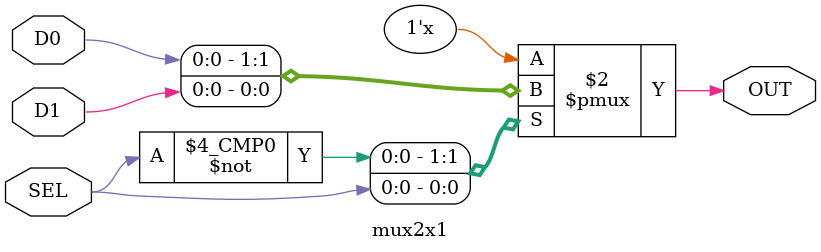
<source format=v>
/*------------------------------------------------------------------------
 * Arquivo   : mux2x1.v
 * Projeto   : Jogo do Desafio da Memoria
 *------------------------------------------------------------------------
 * Descricao : multiplexador 2x1
 * 
 * adaptado a partir do codigo my_4t1_mux.vhd do livro "Free Range VHDL"
 * 
 * exemplo de uso: ver testbench mux2x1_tb.v
 *------------------------------------------------------------------------
 * Revisoes  :
 *     Data        Versao  Autor             Descricao
 *     15/02/2024  1.0     Edson Midorikawa  criacao
 *     31/01/2025  1.1     Edson Midorikawa  revisao
 *------------------------------------------------------------------------
 */

module mux2x1 (
    input      D0,
    input      D1,
    input      SEL,
    output reg OUT
);

always @(*) begin
    case (SEL)
        1'b0:    OUT = D0;
        1'b1:    OUT = D1;
        default: OUT = 4'b0000; // saida em 0
    endcase
end

endmodule

</source>
